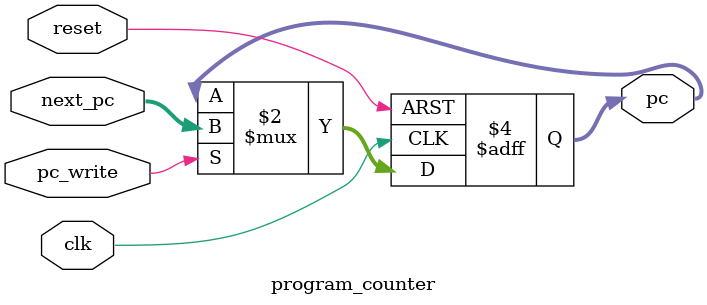
<source format=sv>
module program_counter(
    input  logic        clk,
    input  logic        reset,
    input  logic        pc_write,
    input  logic [31:0] next_pc,
    output logic [31:0] pc
);
    always_ff @(posedge clk or posedge reset) begin
        if (reset) begin
            pc <= 32'h1000;
        end 
        else if(pc_write) begin
            pc <= next_pc;
        end
    end
endmodule

</source>
